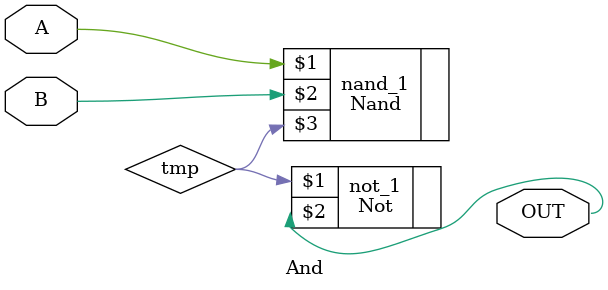
<source format=sv>
`include "nand.sv"
`include "not.sv"
module And (input A, B,
                 output OUT);
   wire                 tmp;
   Nand nand_1(A, B, tmp);
   Not not_1(tmp, OUT);
endmodule // And

</source>
